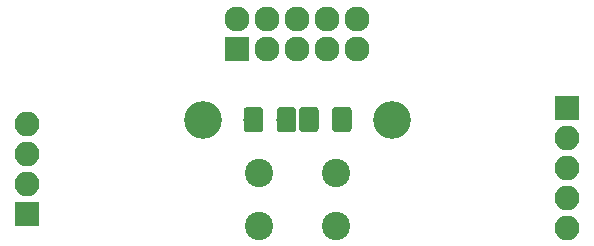
<source format=gbr>
G04 #@! TF.GenerationSoftware,KiCad,Pcbnew,(5.1.4)-1*
G04 #@! TF.CreationDate,2020-05-20T00:47:24+02:00*
G04 #@! TF.ProjectId,project_gtag,70726f6a-6563-4745-9f67-7461672e6b69,V3.1*
G04 #@! TF.SameCoordinates,PX7735940PY44aa200*
G04 #@! TF.FileFunction,Soldermask,Top*
G04 #@! TF.FilePolarity,Negative*
%FSLAX46Y46*%
G04 Gerber Fmt 4.6, Leading zero omitted, Abs format (unit mm)*
G04 Created by KiCad (PCBNEW (5.1.4)-1) date 2020-05-20 00:47:24*
%MOMM*%
%LPD*%
G04 APERTURE LIST*
%ADD10C,0.100000*%
%ADD11C,1.650000*%
%ADD12R,2.100000X2.100000*%
%ADD13O,2.100000X2.100000*%
%ADD14C,2.400000*%
%ADD15C,3.200000*%
%ADD16R,2.127200X2.127200*%
%ADD17O,2.127200X2.127200*%
G04 APERTURE END LIST*
D10*
G36*
X23827346Y-16926589D02*
G01*
X23859380Y-16931341D01*
X23890794Y-16939210D01*
X23921286Y-16950120D01*
X23950561Y-16963966D01*
X23978338Y-16980615D01*
X24004350Y-16999907D01*
X24028345Y-17021655D01*
X24050093Y-17045650D01*
X24069385Y-17071662D01*
X24086034Y-17099439D01*
X24099880Y-17128714D01*
X24110790Y-17159206D01*
X24118659Y-17190620D01*
X24123411Y-17222654D01*
X24125000Y-17255000D01*
X24125000Y-18745000D01*
X24123411Y-18777346D01*
X24118659Y-18809380D01*
X24110790Y-18840794D01*
X24099880Y-18871286D01*
X24086034Y-18900561D01*
X24069385Y-18928338D01*
X24050093Y-18954350D01*
X24028345Y-18978345D01*
X24004350Y-19000093D01*
X23978338Y-19019385D01*
X23950561Y-19036034D01*
X23921286Y-19049880D01*
X23890794Y-19060790D01*
X23859380Y-19068659D01*
X23827346Y-19073411D01*
X23795000Y-19075000D01*
X22805000Y-19075000D01*
X22772654Y-19073411D01*
X22740620Y-19068659D01*
X22709206Y-19060790D01*
X22678714Y-19049880D01*
X22649439Y-19036034D01*
X22621662Y-19019385D01*
X22595650Y-19000093D01*
X22571655Y-18978345D01*
X22549907Y-18954350D01*
X22530615Y-18928338D01*
X22513966Y-18900561D01*
X22500120Y-18871286D01*
X22489210Y-18840794D01*
X22481341Y-18809380D01*
X22476589Y-18777346D01*
X22475000Y-18745000D01*
X22475000Y-17255000D01*
X22476589Y-17222654D01*
X22481341Y-17190620D01*
X22489210Y-17159206D01*
X22500120Y-17128714D01*
X22513966Y-17099439D01*
X22530615Y-17071662D01*
X22549907Y-17045650D01*
X22571655Y-17021655D01*
X22595650Y-16999907D01*
X22621662Y-16980615D01*
X22649439Y-16963966D01*
X22678714Y-16950120D01*
X22709206Y-16939210D01*
X22740620Y-16931341D01*
X22772654Y-16926589D01*
X22805000Y-16925000D01*
X23795000Y-16925000D01*
X23827346Y-16926589D01*
X23827346Y-16926589D01*
G37*
D11*
X23300000Y-18000000D03*
D10*
G36*
X26627346Y-16926589D02*
G01*
X26659380Y-16931341D01*
X26690794Y-16939210D01*
X26721286Y-16950120D01*
X26750561Y-16963966D01*
X26778338Y-16980615D01*
X26804350Y-16999907D01*
X26828345Y-17021655D01*
X26850093Y-17045650D01*
X26869385Y-17071662D01*
X26886034Y-17099439D01*
X26899880Y-17128714D01*
X26910790Y-17159206D01*
X26918659Y-17190620D01*
X26923411Y-17222654D01*
X26925000Y-17255000D01*
X26925000Y-18745000D01*
X26923411Y-18777346D01*
X26918659Y-18809380D01*
X26910790Y-18840794D01*
X26899880Y-18871286D01*
X26886034Y-18900561D01*
X26869385Y-18928338D01*
X26850093Y-18954350D01*
X26828345Y-18978345D01*
X26804350Y-19000093D01*
X26778338Y-19019385D01*
X26750561Y-19036034D01*
X26721286Y-19049880D01*
X26690794Y-19060790D01*
X26659380Y-19068659D01*
X26627346Y-19073411D01*
X26595000Y-19075000D01*
X25605000Y-19075000D01*
X25572654Y-19073411D01*
X25540620Y-19068659D01*
X25509206Y-19060790D01*
X25478714Y-19049880D01*
X25449439Y-19036034D01*
X25421662Y-19019385D01*
X25395650Y-19000093D01*
X25371655Y-18978345D01*
X25349907Y-18954350D01*
X25330615Y-18928338D01*
X25313966Y-18900561D01*
X25300120Y-18871286D01*
X25289210Y-18840794D01*
X25281341Y-18809380D01*
X25276589Y-18777346D01*
X25275000Y-18745000D01*
X25275000Y-17255000D01*
X25276589Y-17222654D01*
X25281341Y-17190620D01*
X25289210Y-17159206D01*
X25300120Y-17128714D01*
X25313966Y-17099439D01*
X25330615Y-17071662D01*
X25349907Y-17045650D01*
X25371655Y-17021655D01*
X25395650Y-16999907D01*
X25421662Y-16980615D01*
X25449439Y-16963966D01*
X25478714Y-16950120D01*
X25509206Y-16939210D01*
X25540620Y-16931341D01*
X25572654Y-16926589D01*
X25605000Y-16925000D01*
X26595000Y-16925000D01*
X26627346Y-16926589D01*
X26627346Y-16926589D01*
G37*
D11*
X26100000Y-18000000D03*
D12*
X49900000Y-17000000D03*
D13*
X49900000Y-19540000D03*
X49900000Y-22080000D03*
X49900000Y-24620000D03*
X49900000Y-27160000D03*
D12*
X4100000Y-26000000D03*
D13*
X4100000Y-23460000D03*
X4100000Y-20920000D03*
X4100000Y-18380000D03*
D10*
G36*
X31327346Y-16926589D02*
G01*
X31359380Y-16931341D01*
X31390794Y-16939210D01*
X31421286Y-16950120D01*
X31450561Y-16963966D01*
X31478338Y-16980615D01*
X31504350Y-16999907D01*
X31528345Y-17021655D01*
X31550093Y-17045650D01*
X31569385Y-17071662D01*
X31586034Y-17099439D01*
X31599880Y-17128714D01*
X31610790Y-17159206D01*
X31618659Y-17190620D01*
X31623411Y-17222654D01*
X31625000Y-17255000D01*
X31625000Y-18745000D01*
X31623411Y-18777346D01*
X31618659Y-18809380D01*
X31610790Y-18840794D01*
X31599880Y-18871286D01*
X31586034Y-18900561D01*
X31569385Y-18928338D01*
X31550093Y-18954350D01*
X31528345Y-18978345D01*
X31504350Y-19000093D01*
X31478338Y-19019385D01*
X31450561Y-19036034D01*
X31421286Y-19049880D01*
X31390794Y-19060790D01*
X31359380Y-19068659D01*
X31327346Y-19073411D01*
X31295000Y-19075000D01*
X30305000Y-19075000D01*
X30272654Y-19073411D01*
X30240620Y-19068659D01*
X30209206Y-19060790D01*
X30178714Y-19049880D01*
X30149439Y-19036034D01*
X30121662Y-19019385D01*
X30095650Y-19000093D01*
X30071655Y-18978345D01*
X30049907Y-18954350D01*
X30030615Y-18928338D01*
X30013966Y-18900561D01*
X30000120Y-18871286D01*
X29989210Y-18840794D01*
X29981341Y-18809380D01*
X29976589Y-18777346D01*
X29975000Y-18745000D01*
X29975000Y-17255000D01*
X29976589Y-17222654D01*
X29981341Y-17190620D01*
X29989210Y-17159206D01*
X30000120Y-17128714D01*
X30013966Y-17099439D01*
X30030615Y-17071662D01*
X30049907Y-17045650D01*
X30071655Y-17021655D01*
X30095650Y-16999907D01*
X30121662Y-16980615D01*
X30149439Y-16963966D01*
X30178714Y-16950120D01*
X30209206Y-16939210D01*
X30240620Y-16931341D01*
X30272654Y-16926589D01*
X30305000Y-16925000D01*
X31295000Y-16925000D01*
X31327346Y-16926589D01*
X31327346Y-16926589D01*
G37*
D11*
X30800000Y-18000000D03*
D10*
G36*
X28527346Y-16926589D02*
G01*
X28559380Y-16931341D01*
X28590794Y-16939210D01*
X28621286Y-16950120D01*
X28650561Y-16963966D01*
X28678338Y-16980615D01*
X28704350Y-16999907D01*
X28728345Y-17021655D01*
X28750093Y-17045650D01*
X28769385Y-17071662D01*
X28786034Y-17099439D01*
X28799880Y-17128714D01*
X28810790Y-17159206D01*
X28818659Y-17190620D01*
X28823411Y-17222654D01*
X28825000Y-17255000D01*
X28825000Y-18745000D01*
X28823411Y-18777346D01*
X28818659Y-18809380D01*
X28810790Y-18840794D01*
X28799880Y-18871286D01*
X28786034Y-18900561D01*
X28769385Y-18928338D01*
X28750093Y-18954350D01*
X28728345Y-18978345D01*
X28704350Y-19000093D01*
X28678338Y-19019385D01*
X28650561Y-19036034D01*
X28621286Y-19049880D01*
X28590794Y-19060790D01*
X28559380Y-19068659D01*
X28527346Y-19073411D01*
X28495000Y-19075000D01*
X27505000Y-19075000D01*
X27472654Y-19073411D01*
X27440620Y-19068659D01*
X27409206Y-19060790D01*
X27378714Y-19049880D01*
X27349439Y-19036034D01*
X27321662Y-19019385D01*
X27295650Y-19000093D01*
X27271655Y-18978345D01*
X27249907Y-18954350D01*
X27230615Y-18928338D01*
X27213966Y-18900561D01*
X27200120Y-18871286D01*
X27189210Y-18840794D01*
X27181341Y-18809380D01*
X27176589Y-18777346D01*
X27175000Y-18745000D01*
X27175000Y-17255000D01*
X27176589Y-17222654D01*
X27181341Y-17190620D01*
X27189210Y-17159206D01*
X27200120Y-17128714D01*
X27213966Y-17099439D01*
X27230615Y-17071662D01*
X27249907Y-17045650D01*
X27271655Y-17021655D01*
X27295650Y-16999907D01*
X27321662Y-16980615D01*
X27349439Y-16963966D01*
X27378714Y-16950120D01*
X27409206Y-16939210D01*
X27440620Y-16931341D01*
X27472654Y-16926589D01*
X27505000Y-16925000D01*
X28495000Y-16925000D01*
X28527346Y-16926589D01*
X28527346Y-16926589D01*
G37*
D11*
X28000000Y-18000000D03*
D14*
X30300000Y-22500000D03*
X30300000Y-27000000D03*
X23800000Y-22500000D03*
X23800000Y-27000000D03*
D15*
X19000000Y-18000000D03*
X35000000Y-18000000D03*
D16*
X21900000Y-12000000D03*
D17*
X21900000Y-9460000D03*
X24440000Y-12000000D03*
X24440000Y-9460000D03*
X26980000Y-12000000D03*
X26980000Y-9460000D03*
X29520000Y-12000000D03*
X29520000Y-9460000D03*
X32060000Y-12000000D03*
X32060000Y-9460000D03*
M02*

</source>
